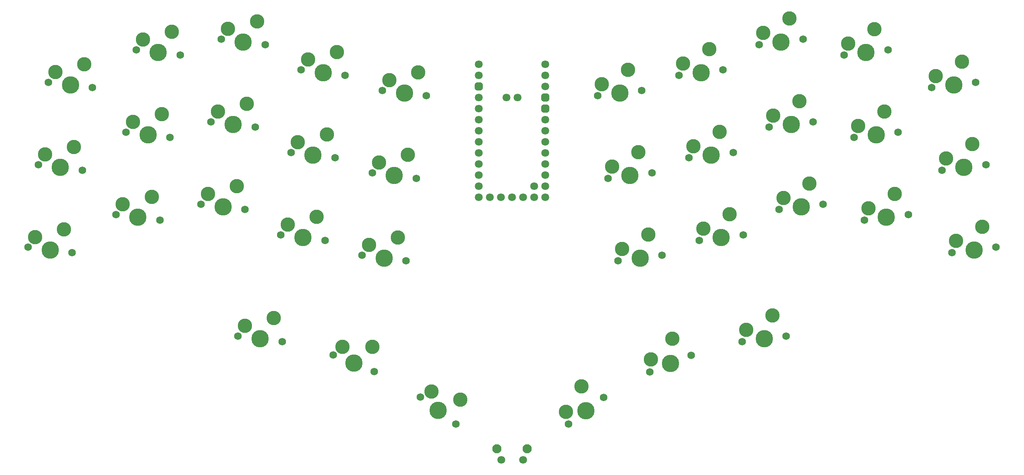
<source format=gbr>
%TF.GenerationSoftware,KiCad,Pcbnew,7.0.10-7.0.10~ubuntu22.04.1*%
%TF.CreationDate,2024-01-12T22:57:13+01:00*%
%TF.ProjectId,fatboy,66617462-6f79-42e6-9b69-6361645f7063,rev?*%
%TF.SameCoordinates,Original*%
%TF.FileFunction,Soldermask,Top*%
%TF.FilePolarity,Negative*%
%FSLAX46Y46*%
G04 Gerber Fmt 4.6, Leading zero omitted, Abs format (unit mm)*
G04 Created by KiCad (PCBNEW 7.0.10-7.0.10~ubuntu22.04.1) date 2024-01-12 22:57:13*
%MOMM*%
%LPD*%
G01*
G04 APERTURE LIST*
G04 Aperture macros list*
%AMRoundRect*
0 Rectangle with rounded corners*
0 $1 Rounding radius*
0 $2 $3 $4 $5 $6 $7 $8 $9 X,Y pos of 4 corners*
0 Add a 4 corners polygon primitive as box body*
4,1,4,$2,$3,$4,$5,$6,$7,$8,$9,$2,$3,0*
0 Add four circle primitives for the rounded corners*
1,1,$1+$1,$2,$3*
1,1,$1+$1,$4,$5*
1,1,$1+$1,$6,$7*
1,1,$1+$1,$8,$9*
0 Add four rect primitives between the rounded corners*
20,1,$1+$1,$2,$3,$4,$5,0*
20,1,$1+$1,$4,$5,$6,$7,0*
20,1,$1+$1,$6,$7,$8,$9,0*
20,1,$1+$1,$8,$9,$2,$3,0*%
G04 Aperture macros list end*
%ADD10C,1.750000*%
%ADD11C,3.987800*%
%ADD12C,3.300000*%
%ADD13C,1.800000*%
%ADD14C,2.100000*%
%ADD15RoundRect,0.450000X0.450000X0.450000X-0.450000X0.450000X-0.450000X-0.450000X0.450000X-0.450000X0*%
G04 APERTURE END LIST*
D10*
%TO.C,MX18*%
X264743649Y-115128754D03*
D11*
X259701515Y-115747850D03*
D10*
X254659381Y-116366946D03*
D12*
X255610366Y-113691105D03*
X261603486Y-110396167D03*
%TD*%
D10*
%TO.C,MX8*%
X262422186Y-96221940D03*
D11*
X257380052Y-96841036D03*
D10*
X252337918Y-97460132D03*
D12*
X253288903Y-94784291D03*
X259282023Y-91489353D03*
%TD*%
D10*
%TO.C,MX5*%
X176119808Y-109174953D03*
D11*
X171077674Y-108555857D03*
D10*
X166035540Y-107936761D03*
D12*
X167605621Y-105570468D03*
X174217837Y-103823271D03*
%TD*%
D10*
%TO.C,MX24*%
X152859503Y-142309817D03*
D11*
X147817369Y-141690721D03*
D10*
X142775235Y-141071625D03*
D12*
X144345316Y-138705332D03*
X150957532Y-136958135D03*
%TD*%
D10*
%TO.C,MX21*%
X94935604Y-145146815D03*
D11*
X89893470Y-144527719D03*
D10*
X84851336Y-143908623D03*
D12*
X86421417Y-141542330D03*
X93033633Y-139795133D03*
%TD*%
D10*
%TO.C,MX27*%
X248737182Y-141071625D03*
D11*
X243695048Y-141690721D03*
D10*
X238652914Y-142309817D03*
D12*
X239603899Y-139633976D03*
X245597019Y-136339038D03*
%TD*%
D10*
%TO.C,MX34*%
X216762893Y-178322308D03*
D11*
X212705825Y-181379528D03*
D10*
X208648757Y-184436748D03*
D12*
X208134414Y-181643909D03*
X211677139Y-175793849D03*
%TD*%
D10*
%TO.C,MX15*%
X173798345Y-128081766D03*
D11*
X168756211Y-127462670D03*
D10*
X163714077Y-126843574D03*
D12*
X165284158Y-124477281D03*
X171896374Y-122730084D03*
%TD*%
D10*
%TO.C,MX12*%
X117367343Y-118760076D03*
D11*
X112325209Y-118140980D03*
D10*
X107283075Y-117521884D03*
D12*
X108853156Y-115155591D03*
X115465372Y-113408394D03*
%TD*%
D10*
%TO.C,MX17*%
X246415716Y-122164811D03*
D11*
X241373582Y-122783907D03*
D10*
X236331448Y-123403003D03*
D12*
X237282433Y-120727162D03*
X243275553Y-117432224D03*
%TD*%
D10*
%TO.C,MX25*%
X171476877Y-146988579D03*
D11*
X166434743Y-146369483D03*
D10*
X161392609Y-145750387D03*
D12*
X162962690Y-143384094D03*
X169574906Y-141636897D03*
%TD*%
D10*
%TO.C,MX9*%
X281907878Y-98615070D03*
D11*
X276865744Y-99234166D03*
D10*
X271823610Y-99853262D03*
D12*
X272774595Y-97177421D03*
X278767715Y-93882483D03*
%TD*%
D10*
%TO.C,MX30*%
X306661080Y-143908624D03*
D11*
X301618946Y-144527720D03*
D10*
X296576812Y-145146816D03*
D12*
X297527797Y-142470975D03*
X303520917Y-139176037D03*
%TD*%
D10*
%TO.C,MX14*%
X155180968Y-123403003D03*
D11*
X150138834Y-122783907D03*
D10*
X145096700Y-122164811D03*
D12*
X146666781Y-119798518D03*
X153278997Y-118051321D03*
%TD*%
D10*
%TO.C,MX29*%
X286550809Y-136428698D03*
D11*
X281508675Y-137047794D03*
D10*
X276466541Y-137666890D03*
D12*
X277417526Y-134991049D03*
X283410646Y-131696111D03*
%TD*%
D10*
%TO.C,MX20*%
X304339616Y-125001810D03*
D11*
X299297482Y-125620906D03*
D10*
X294255348Y-126240002D03*
D12*
X295206333Y-123564161D03*
X301199453Y-120269223D03*
%TD*%
D10*
%TO.C,MX11*%
X97257071Y-126240002D03*
D11*
X92214937Y-125620906D03*
D10*
X87172803Y-125001810D03*
D12*
X88742884Y-122635517D03*
X95355100Y-120888320D03*
%TD*%
D10*
%TO.C,MX19*%
X284229344Y-117521883D03*
D11*
X279187210Y-118140979D03*
D10*
X274145076Y-118760075D03*
D12*
X275096061Y-116084234D03*
X281089181Y-112789296D03*
%TD*%
D10*
%TO.C,MX2*%
X119688810Y-99853262D03*
D11*
X114646676Y-99234166D03*
D10*
X109604542Y-98615070D03*
D12*
X111174623Y-96248777D03*
X117786839Y-94501580D03*
%TD*%
D10*
%TO.C,MX31*%
X143034149Y-165503986D03*
D11*
X137992015Y-164884890D03*
D10*
X132949881Y-164265794D03*
D12*
X134519962Y-161899501D03*
X141132178Y-160152304D03*
%TD*%
D10*
%TO.C,MX32*%
X164185803Y-172395280D03*
D11*
X159475709Y-170492279D03*
D10*
X154765615Y-168589278D03*
D12*
X156894639Y-166709981D03*
X163733757Y-166733686D03*
%TD*%
D10*
%TO.C,MX35*%
X236766918Y-168639421D03*
D11*
X232056824Y-170542422D03*
D10*
X227346730Y-172445423D03*
D12*
X227572753Y-169614626D03*
X232508869Y-164880827D03*
%TD*%
D10*
%TO.C,MX26*%
X230119807Y-145750388D03*
D11*
X225077673Y-146369484D03*
D10*
X220035539Y-146988580D03*
D12*
X220986524Y-144312739D03*
X226979644Y-141017801D03*
%TD*%
D10*
%TO.C,MX16*%
X227798341Y-126843575D03*
D11*
X222756207Y-127462671D03*
D10*
X217714073Y-128081767D03*
D12*
X218665058Y-125405926D03*
X224658178Y-122110988D03*
%TD*%
D10*
%TO.C,MX3*%
X139174500Y-97460132D03*
D11*
X134132366Y-96841036D03*
D10*
X129090232Y-96221940D03*
D12*
X130660313Y-93855647D03*
X137272529Y-92108450D03*
%TD*%
D10*
%TO.C,MX23*%
X134531572Y-135273759D03*
D11*
X129489438Y-134654663D03*
D10*
X124447304Y-134035567D03*
D12*
X126017385Y-131669274D03*
X132629601Y-129922077D03*
%TD*%
D10*
%TO.C,MX28*%
X267065111Y-134035571D03*
D11*
X262022977Y-134654667D03*
D10*
X256980843Y-135273763D03*
D12*
X257931828Y-132597922D03*
X263924948Y-129302984D03*
%TD*%
D10*
%TO.C,MX36*%
X258562539Y-164265794D03*
D11*
X253520405Y-164884890D03*
D10*
X248478271Y-165503986D03*
D12*
X249429256Y-162828145D03*
X255422376Y-159533207D03*
%TD*%
D10*
%TO.C,MX6*%
X225476876Y-107936762D03*
D11*
X220434742Y-108555858D03*
D10*
X215392608Y-109174954D03*
D12*
X216343593Y-106499113D03*
X222336713Y-103204175D03*
%TD*%
D13*
%TO.C,SW1*%
X198241162Y-192615864D03*
X193241162Y-192615864D03*
D14*
X192241162Y-190115864D03*
X199241162Y-190115864D03*
%TD*%
D10*
%TO.C,MX10*%
X302018152Y-106094997D03*
D11*
X296976018Y-106714093D03*
D10*
X291933884Y-107333189D03*
D12*
X292884869Y-104657348D03*
X298877989Y-101362410D03*
%TD*%
D10*
%TO.C,MX33*%
X182883502Y-184386906D03*
D11*
X178826434Y-181329686D03*
D10*
X174769366Y-178272466D03*
D12*
X177312243Y-177008237D03*
X183912189Y-178801228D03*
%TD*%
D10*
%TO.C,MX4*%
X157502434Y-104496190D03*
D11*
X152460300Y-103877094D03*
D10*
X147418166Y-103257998D03*
D12*
X148988247Y-100891705D03*
X155600463Y-99144508D03*
%TD*%
D10*
%TO.C,MX1*%
X99578536Y-107333189D03*
D11*
X94536402Y-106714093D03*
D10*
X89494268Y-106094997D03*
D12*
X91064349Y-103728704D03*
X97676565Y-101981507D03*
%TD*%
D13*
%TO.C,U1*%
X203376209Y-104492671D03*
X203376209Y-107032671D03*
D15*
X203376209Y-109572671D03*
X203376209Y-112112671D03*
D13*
X203376209Y-114652671D03*
X203376209Y-117192671D03*
X203376209Y-119732671D03*
X203376209Y-122272671D03*
X203376209Y-124812671D03*
X203376209Y-127352671D03*
X203376209Y-129892671D03*
X203376209Y-132432671D03*
X188136209Y-104492671D03*
D15*
X188136209Y-107032671D03*
D13*
X188136209Y-109572671D03*
X188136209Y-112112671D03*
X188136209Y-114652671D03*
X188136209Y-117192671D03*
X188136209Y-119732671D03*
X188136209Y-122272671D03*
X188136209Y-124812671D03*
X188136209Y-127352671D03*
X188136209Y-129892671D03*
X188136209Y-132432671D03*
X200836209Y-132432671D03*
X198296209Y-132432671D03*
X195756209Y-132432671D03*
X193216209Y-132432671D03*
X190676209Y-132432671D03*
X188136209Y-101952671D03*
X203376209Y-101952671D03*
X197026209Y-109572671D03*
X194486209Y-109572671D03*
X200836209Y-129892671D03*
%TD*%
D10*
%TO.C,MX13*%
X136853036Y-116366947D03*
D11*
X131810902Y-115747851D03*
D10*
X126768768Y-115128755D03*
D12*
X128338849Y-112762462D03*
X134951065Y-111015265D03*
%TD*%
D10*
%TO.C,MX7*%
X244094252Y-103257998D03*
D11*
X239052118Y-103877094D03*
D10*
X234009984Y-104496190D03*
D12*
X234960969Y-101820349D03*
X240954089Y-98525411D03*
%TD*%
D10*
%TO.C,MX22*%
X115045879Y-137666888D03*
D11*
X110003745Y-137047792D03*
D10*
X104961611Y-136428696D03*
D12*
X106531692Y-134062403D03*
X113143908Y-132315206D03*
%TD*%
M02*

</source>
